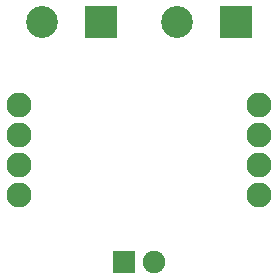
<source format=gbs>
G04 DipTrace 2.4.0.1*
%INfanexpansion.backmask.gbs*%
%MOIN*%
%ADD39C,0.0748*%
%ADD41R,0.0748X0.0748*%
%ADD45C,0.1063*%
%ADD47R,0.1063X0.1063*%
%ADD49C,0.0829*%
%FSLAX44Y44*%
G04*
G70*
G90*
G75*
G01*
%LNBotMask*%
%LPD*%
D49*
X12812Y7812D3*
Y8812D3*
Y9812D3*
Y10812D3*
X4812D3*
Y9812D3*
Y8812D3*
Y7812D3*
D47*
X7546Y13562D3*
D45*
X5578D3*
D47*
X12046D3*
D45*
X10078D3*
D41*
X8312Y5562D3*
D39*
X9312D3*
M02*

</source>
